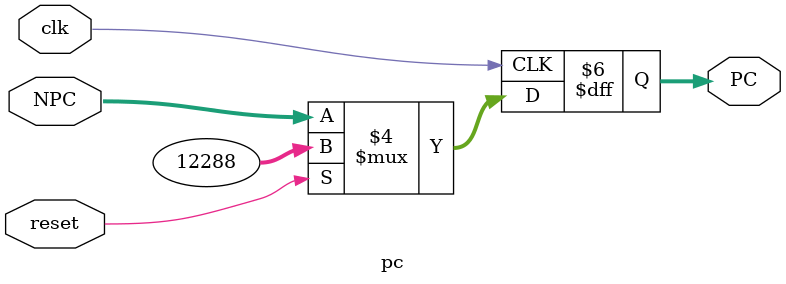
<source format=v>
`timescale 1ns / 1ps
module pc(
	input clk,
	input reset,
	input [31:0]NPC,//ÊäÈëpc ¼´½«Ìø×ªµÄPC ÏÂÒ»¸öPC
	output reg [31:0]PC
);
	 
	initial 
		PC<=32'h0000_3000;
	always@(posedge clk)begin
		if(reset)
			PC<=32'h0000_3000;
		
			
		else
			PC<=NPC;
	end

endmodule

</source>
